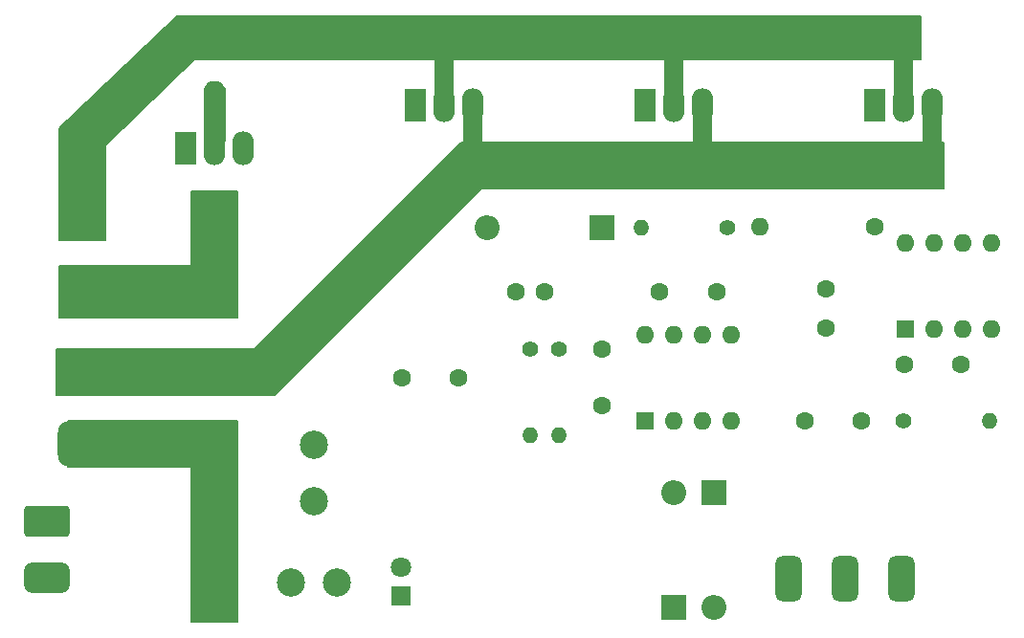
<source format=gbs>
%TF.GenerationSoftware,KiCad,Pcbnew,(6.0.8)*%
%TF.CreationDate,2022-11-10T19:09:55+02:00*%
%TF.ProjectId,DCMotorDriver,44434d6f-746f-4724-9472-697665722e6b,1.0*%
%TF.SameCoordinates,Original*%
%TF.FileFunction,Soldermask,Bot*%
%TF.FilePolarity,Negative*%
%FSLAX46Y46*%
G04 Gerber Fmt 4.6, Leading zero omitted, Abs format (unit mm)*
G04 Created by KiCad (PCBNEW (6.0.8)) date 2022-11-10 19:09:55*
%MOMM*%
%LPD*%
G01*
G04 APERTURE LIST*
G04 Aperture macros list*
%AMRoundRect*
0 Rectangle with rounded corners*
0 $1 Rounding radius*
0 $2 $3 $4 $5 $6 $7 $8 $9 X,Y pos of 4 corners*
0 Add a 4 corners polygon primitive as box body*
4,1,4,$2,$3,$4,$5,$6,$7,$8,$9,$2,$3,0*
0 Add four circle primitives for the rounded corners*
1,1,$1+$1,$2,$3*
1,1,$1+$1,$4,$5*
1,1,$1+$1,$6,$7*
1,1,$1+$1,$8,$9*
0 Add four rect primitives between the rounded corners*
20,1,$1+$1,$2,$3,$4,$5,0*
20,1,$1+$1,$4,$5,$6,$7,0*
20,1,$1+$1,$6,$7,$8,$9,0*
20,1,$1+$1,$8,$9,$2,$3,0*%
G04 Aperture macros list end*
%ADD10C,0.200000*%
%ADD11C,1.400000*%
%ADD12O,1.400000X1.400000*%
%ADD13R,1.905000X3.000000*%
%ADD14O,1.905000X3.000000*%
%ADD15RoundRect,0.250001X-1.749999X1.099999X-1.749999X-1.099999X1.749999X-1.099999X1.749999X1.099999X0*%
%ADD16RoundRect,0.675000X-1.325000X0.675000X-1.325000X-0.675000X1.325000X-0.675000X1.325000X0.675000X0*%
%ADD17R,1.600000X1.600000*%
%ADD18O,1.600000X1.600000*%
%ADD19C,1.600000*%
%ADD20R,2.200000X2.200000*%
%ADD21O,2.200000X2.200000*%
%ADD22C,2.500000*%
%ADD23RoundRect,0.585000X-0.585000X1.415000X-0.585000X-1.415000X0.585000X-1.415000X0.585000X1.415000X0*%
%ADD24RoundRect,0.370372X-1.629628X1.629628X-1.629628X-1.629628X1.629628X-1.629628X1.629628X1.629628X0*%
%ADD25RoundRect,1.000000X-1.000000X1.000000X-1.000000X-1.000000X1.000000X-1.000000X1.000000X1.000000X0*%
%ADD26R,1.800000X1.800000*%
%ADD27C,1.800000*%
%ADD28RoundRect,0.750000X-1.250000X0.750000X-1.250000X-0.750000X1.250000X-0.750000X1.250000X0.750000X0*%
%ADD29C,4.000000*%
G04 APERTURE END LIST*
D10*
G36*
X193294000Y-46736000D02*
G01*
X129032000Y-46736000D01*
X121158000Y-54356000D01*
X121158000Y-62738000D01*
X117094000Y-62738000D01*
X117094000Y-52832000D01*
X127508000Y-42926000D01*
X193294000Y-42926000D01*
X193294000Y-46736000D01*
G37*
X193294000Y-46736000D02*
X129032000Y-46736000D01*
X121158000Y-54356000D01*
X121158000Y-62738000D01*
X117094000Y-62738000D01*
X117094000Y-52832000D01*
X127508000Y-42926000D01*
X193294000Y-42926000D01*
X193294000Y-46736000D01*
G36*
X195326000Y-58166000D02*
G01*
X154432000Y-58166000D01*
X136144000Y-76454000D01*
X116840000Y-76454000D01*
X116840000Y-72390000D01*
X134366000Y-72390000D01*
X152654000Y-54102000D01*
X195326000Y-54102000D01*
X195326000Y-58166000D01*
G37*
X195326000Y-58166000D02*
X154432000Y-58166000D01*
X136144000Y-76454000D01*
X116840000Y-76454000D01*
X116840000Y-72390000D01*
X134366000Y-72390000D01*
X152654000Y-54102000D01*
X195326000Y-54102000D01*
X195326000Y-58166000D01*
G36*
X154432000Y-55118000D02*
G01*
X152908000Y-55118000D01*
X152908000Y-51308000D01*
X154432000Y-51308000D01*
X154432000Y-55118000D01*
G37*
X154432000Y-55118000D02*
X152908000Y-55118000D01*
X152908000Y-51308000D01*
X154432000Y-51308000D01*
X154432000Y-55118000D01*
G36*
X172212000Y-51054000D02*
G01*
X170688000Y-51054000D01*
X170688000Y-44704000D01*
X172212000Y-44704000D01*
X172212000Y-51054000D01*
G37*
X172212000Y-51054000D02*
X170688000Y-51054000D01*
X170688000Y-44704000D01*
X172212000Y-44704000D01*
X172212000Y-51054000D01*
G36*
X192532000Y-50800000D02*
G01*
X191008000Y-50800000D01*
X191008000Y-44450000D01*
X192532000Y-44450000D01*
X192532000Y-50800000D01*
G37*
X192532000Y-50800000D02*
X191008000Y-50800000D01*
X191008000Y-44450000D01*
X192532000Y-44450000D01*
X192532000Y-50800000D01*
G36*
X174752000Y-54610000D02*
G01*
X173228000Y-54610000D01*
X173228000Y-50800000D01*
X174752000Y-50800000D01*
X174752000Y-54610000D01*
G37*
X174752000Y-54610000D02*
X173228000Y-54610000D01*
X173228000Y-50800000D01*
X174752000Y-50800000D01*
X174752000Y-54610000D01*
G36*
X131318000Y-48895000D02*
G01*
X131699000Y-49403000D01*
X131699000Y-53975000D01*
X129921000Y-53975000D01*
X129921000Y-49403000D01*
X130302000Y-48895000D01*
X130556000Y-48768000D01*
X131064000Y-48768000D01*
X131318000Y-48895000D01*
G37*
X131318000Y-48895000D02*
X131699000Y-49403000D01*
X131699000Y-53975000D01*
X129921000Y-53975000D01*
X129921000Y-49403000D01*
X130302000Y-48895000D01*
X130556000Y-48768000D01*
X131064000Y-48768000D01*
X131318000Y-48895000D01*
G36*
X132842000Y-96520000D02*
G01*
X128778000Y-96520000D01*
X128778000Y-82804000D01*
X117856000Y-82804000D01*
X117856000Y-78740000D01*
X132842000Y-78740000D01*
X132842000Y-96520000D01*
G37*
X132842000Y-96520000D02*
X128778000Y-96520000D01*
X128778000Y-82804000D01*
X117856000Y-82804000D01*
X117856000Y-78740000D01*
X132842000Y-78740000D01*
X132842000Y-96520000D01*
G36*
X195072000Y-54356000D02*
G01*
X193548000Y-54356000D01*
X193548000Y-50546000D01*
X195072000Y-50546000D01*
X195072000Y-54356000D01*
G37*
X195072000Y-54356000D02*
X193548000Y-54356000D01*
X193548000Y-50546000D01*
X195072000Y-50546000D01*
X195072000Y-54356000D01*
G36*
X132842000Y-69596000D02*
G01*
X117094000Y-69596000D01*
X117094000Y-65024000D01*
X128778000Y-65024000D01*
X128778000Y-58420000D01*
X132842000Y-58420000D01*
X132842000Y-69596000D01*
G37*
X132842000Y-69596000D02*
X117094000Y-69596000D01*
X117094000Y-65024000D01*
X128778000Y-65024000D01*
X128778000Y-58420000D01*
X132842000Y-58420000D01*
X132842000Y-69596000D01*
G36*
X151892000Y-51054000D02*
G01*
X150368000Y-51054000D01*
X150368000Y-44704000D01*
X151892000Y-44704000D01*
X151892000Y-51054000D01*
G37*
X151892000Y-51054000D02*
X150368000Y-51054000D01*
X150368000Y-44704000D01*
X151892000Y-44704000D01*
X151892000Y-51054000D01*
D11*
%TO.C,R4*%
X191770000Y-78740000D03*
D12*
X199390000Y-78740000D03*
%TD*%
D13*
%TO.C,Diode1\u002C2*%
X128270000Y-54610000D03*
D14*
X130810000Y-54610000D03*
X133350000Y-54610000D03*
%TD*%
D15*
%TO.C,J2*%
X115993000Y-87638500D03*
D16*
X115993000Y-92638500D03*
%TD*%
D13*
%TO.C,Q2*%
X189230000Y-50800000D03*
D14*
X191770000Y-50800000D03*
X194310000Y-50800000D03*
%TD*%
D17*
%TO.C,IC1*%
X191897000Y-70612000D03*
D18*
X194437000Y-70612000D03*
X196977000Y-70612000D03*
X199517000Y-70612000D03*
X199517000Y-62992000D03*
X196977000Y-62992000D03*
X194437000Y-62992000D03*
X191897000Y-62992000D03*
%TD*%
D19*
%TO.C,C3*%
X191810000Y-73787000D03*
X196810000Y-73787000D03*
%TD*%
D20*
%TO.C,D2*%
X171450000Y-95250000D03*
D21*
X171450000Y-85090000D03*
%TD*%
D19*
%TO.C,C5*%
X157480000Y-67310000D03*
X159980000Y-67310000D03*
%TD*%
D11*
%TO.C,R3*%
X176174400Y-61620400D03*
D12*
X168554400Y-61620400D03*
%TD*%
D11*
%TO.C,R5*%
X158750000Y-72390000D03*
D12*
X158750000Y-80010000D03*
%TD*%
D19*
%TO.C,R1*%
X189230000Y-61595000D03*
D18*
X179070000Y-61595000D03*
%TD*%
D22*
%TO.C,JP1*%
X139636500Y-85843500D03*
X139636500Y-80843500D03*
%TD*%
D23*
%TO.C,RV1*%
X181610000Y-92710000D03*
X186610000Y-92710000D03*
X191610000Y-92710000D03*
%TD*%
D19*
%TO.C,C4*%
X184912000Y-67056000D03*
X184912000Y-70556000D03*
%TD*%
D24*
%TO.C,J1*%
X119062500Y-60706000D03*
D25*
X119062500Y-67056000D03*
%TD*%
D20*
%TO.C,D3*%
X165074600Y-61620400D03*
D21*
X154914600Y-61620400D03*
%TD*%
D22*
%TO.C,SW1*%
X137541000Y-93091000D03*
X141605000Y-93091000D03*
%TD*%
D26*
%TO.C,D5*%
X147320000Y-94239000D03*
D27*
X147320000Y-91699000D03*
%TD*%
D19*
%TO.C,C6*%
X183047000Y-78740000D03*
X188047000Y-78740000D03*
%TD*%
D25*
%TO.C,F1*%
X130810000Y-60365000D03*
D28*
X130810000Y-67985000D03*
D29*
X130810000Y-94575000D03*
X130810000Y-86955000D03*
%TD*%
D19*
%TO.C,C8*%
X152400000Y-74930000D03*
X147400000Y-74930000D03*
%TD*%
D21*
%TO.C,D4*%
X175006000Y-95250000D03*
D20*
X175006000Y-85090000D03*
%TD*%
D19*
%TO.C,C2*%
X175210000Y-67300000D03*
X170210000Y-67300000D03*
%TD*%
%TO.C,C1*%
X165090000Y-72420000D03*
X165090000Y-77420000D03*
%TD*%
D13*
%TO.C,Q3*%
X168910000Y-50800000D03*
D14*
X171450000Y-50800000D03*
X173990000Y-50800000D03*
%TD*%
D17*
%TO.C,U1*%
X168910000Y-78720000D03*
D18*
X171450000Y-78720000D03*
X173990000Y-78720000D03*
X176530000Y-78720000D03*
X176530000Y-71100000D03*
X173990000Y-71100000D03*
X171450000Y-71100000D03*
X168910000Y-71100000D03*
%TD*%
D13*
%TO.C,Q1*%
X148590000Y-50800000D03*
D14*
X151130000Y-50800000D03*
X153670000Y-50800000D03*
%TD*%
D24*
%TO.C,J3*%
X118935500Y-74422000D03*
D25*
X118935500Y-80772000D03*
%TD*%
D11*
%TO.C,R2*%
X161290000Y-72390000D03*
D12*
X161290000Y-80010000D03*
%TD*%
M02*

</source>
